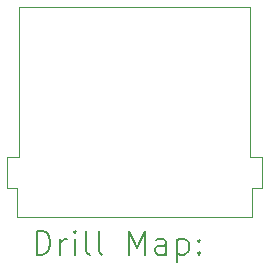
<source format=gbr>
%FSLAX45Y45*%
G04 Gerber Fmt 4.5, Leading zero omitted, Abs format (unit mm)*
G04 Created by KiCad (PCBNEW (6.0.2-0)) date 2022-06-01 12:35:31*
%MOMM*%
%LPD*%
G01*
G04 APERTURE LIST*
%TA.AperFunction,Profile*%
%ADD10C,0.100000*%
%TD*%
%ADD11C,0.200000*%
G04 APERTURE END LIST*
D10*
X13512800Y-8255880D02*
X13614400Y-8255880D01*
X11557000Y-8255880D02*
X11557000Y-6985000D01*
X13532800Y-8514080D02*
X13532800Y-8763000D01*
X11537000Y-8763000D02*
X11537000Y-8514080D01*
X13512800Y-6985000D02*
X13512800Y-8255880D01*
X13614400Y-8514080D02*
X13532800Y-8514080D01*
X13614400Y-8255880D02*
X13614400Y-8514080D01*
X11455400Y-8255880D02*
X11557000Y-8255880D01*
X11455400Y-8514080D02*
X11455400Y-8255880D01*
X13532800Y-8763000D02*
X11537000Y-8763000D01*
X11537000Y-8514080D02*
X11455400Y-8514080D01*
X11557000Y-6985000D02*
X13512800Y-6985000D01*
D11*
X11708019Y-9078476D02*
X11708019Y-8878476D01*
X11755638Y-8878476D01*
X11784209Y-8888000D01*
X11803257Y-8907048D01*
X11812781Y-8926095D01*
X11822305Y-8964190D01*
X11822305Y-8992762D01*
X11812781Y-9030857D01*
X11803257Y-9049905D01*
X11784209Y-9068952D01*
X11755638Y-9078476D01*
X11708019Y-9078476D01*
X11908019Y-9078476D02*
X11908019Y-8945143D01*
X11908019Y-8983238D02*
X11917543Y-8964190D01*
X11927067Y-8954667D01*
X11946114Y-8945143D01*
X11965162Y-8945143D01*
X12031828Y-9078476D02*
X12031828Y-8945143D01*
X12031828Y-8878476D02*
X12022305Y-8888000D01*
X12031828Y-8897524D01*
X12041352Y-8888000D01*
X12031828Y-8878476D01*
X12031828Y-8897524D01*
X12155638Y-9078476D02*
X12136590Y-9068952D01*
X12127067Y-9049905D01*
X12127067Y-8878476D01*
X12260400Y-9078476D02*
X12241352Y-9068952D01*
X12231828Y-9049905D01*
X12231828Y-8878476D01*
X12488971Y-9078476D02*
X12488971Y-8878476D01*
X12555638Y-9021333D01*
X12622305Y-8878476D01*
X12622305Y-9078476D01*
X12803257Y-9078476D02*
X12803257Y-8973714D01*
X12793733Y-8954667D01*
X12774686Y-8945143D01*
X12736590Y-8945143D01*
X12717543Y-8954667D01*
X12803257Y-9068952D02*
X12784209Y-9078476D01*
X12736590Y-9078476D01*
X12717543Y-9068952D01*
X12708019Y-9049905D01*
X12708019Y-9030857D01*
X12717543Y-9011810D01*
X12736590Y-9002286D01*
X12784209Y-9002286D01*
X12803257Y-8992762D01*
X12898495Y-8945143D02*
X12898495Y-9145143D01*
X12898495Y-8954667D02*
X12917543Y-8945143D01*
X12955638Y-8945143D01*
X12974686Y-8954667D01*
X12984209Y-8964190D01*
X12993733Y-8983238D01*
X12993733Y-9040381D01*
X12984209Y-9059429D01*
X12974686Y-9068952D01*
X12955638Y-9078476D01*
X12917543Y-9078476D01*
X12898495Y-9068952D01*
X13079448Y-9059429D02*
X13088971Y-9068952D01*
X13079448Y-9078476D01*
X13069924Y-9068952D01*
X13079448Y-9059429D01*
X13079448Y-9078476D01*
X13079448Y-8954667D02*
X13088971Y-8964190D01*
X13079448Y-8973714D01*
X13069924Y-8964190D01*
X13079448Y-8954667D01*
X13079448Y-8973714D01*
M02*

</source>
